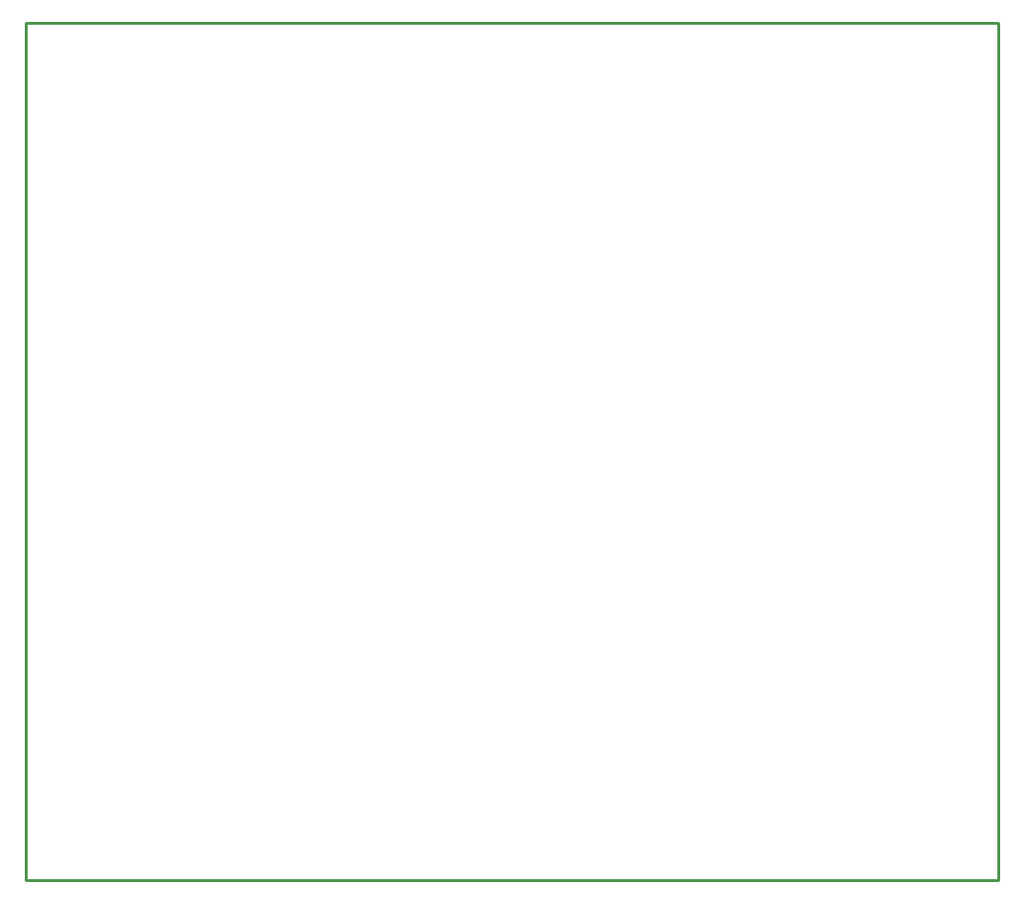
<source format=gbr>
G04 EAGLE Gerber RS-274X export*
G75*
%MOMM*%
%FSLAX34Y34*%
%LPD*%
%IN*%
%IPPOS*%
%AMOC8*
5,1,8,0,0,1.08239X$1,22.5*%
G01*
%ADD10C,0.254000*%


D10*
X0Y0D02*
X863600Y0D01*
X863600Y762000D01*
X0Y762000D01*
X0Y0D01*
M02*

</source>
